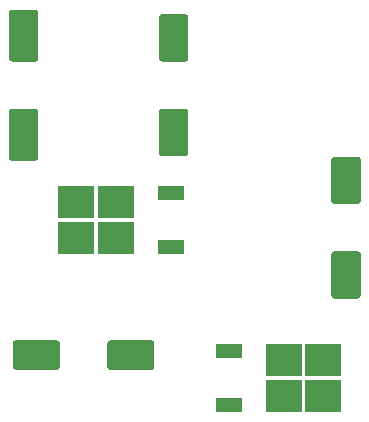
<source format=gbp>
G04 #@! TF.GenerationSoftware,KiCad,Pcbnew,(5.1.10)-1*
G04 #@! TF.CreationDate,2021-09-04T13:32:15+03:00*
G04 #@! TF.ProjectId,amp_control_board,616d705f-636f-46e7-9472-6f6c5f626f61,rev?*
G04 #@! TF.SameCoordinates,Original*
G04 #@! TF.FileFunction,Paste,Bot*
G04 #@! TF.FilePolarity,Positive*
%FSLAX46Y46*%
G04 Gerber Fmt 4.6, Leading zero omitted, Abs format (unit mm)*
G04 Created by KiCad (PCBNEW (5.1.10)-1) date 2021-09-04 13:32:15*
%MOMM*%
%LPD*%
G01*
G04 APERTURE LIST*
%ADD10R,2.200000X1.200000*%
%ADD11R,3.050000X2.750000*%
G04 APERTURE END LIST*
G36*
G01*
X176895000Y-93885000D02*
X174895000Y-93885000D01*
G75*
G02*
X174645000Y-93635000I0J250000D01*
G01*
X174645000Y-90135000D01*
G75*
G02*
X174895000Y-89885000I250000J0D01*
G01*
X176895000Y-89885000D01*
G75*
G02*
X177145000Y-90135000I0J-250000D01*
G01*
X177145000Y-93635000D01*
G75*
G02*
X176895000Y-93885000I-250000J0D01*
G01*
G37*
G36*
G01*
X176895000Y-101885000D02*
X174895000Y-101885000D01*
G75*
G02*
X174645000Y-101635000I0J250000D01*
G01*
X174645000Y-98135000D01*
G75*
G02*
X174895000Y-97885000I250000J0D01*
G01*
X176895000Y-97885000D01*
G75*
G02*
X177145000Y-98135000I0J-250000D01*
G01*
X177145000Y-101635000D01*
G75*
G02*
X176895000Y-101885000I-250000J0D01*
G01*
G37*
G36*
G01*
X151670000Y-105680000D02*
X151670000Y-107680000D01*
G75*
G02*
X151420000Y-107930000I-250000J0D01*
G01*
X147920000Y-107930000D01*
G75*
G02*
X147670000Y-107680000I0J250000D01*
G01*
X147670000Y-105680000D01*
G75*
G02*
X147920000Y-105430000I250000J0D01*
G01*
X151420000Y-105430000D01*
G75*
G02*
X151670000Y-105680000I0J-250000D01*
G01*
G37*
G36*
G01*
X159670000Y-105680000D02*
X159670000Y-107680000D01*
G75*
G02*
X159420000Y-107930000I-250000J0D01*
G01*
X155920000Y-107930000D01*
G75*
G02*
X155670000Y-107680000I0J250000D01*
G01*
X155670000Y-105680000D01*
G75*
G02*
X155920000Y-105430000I250000J0D01*
G01*
X159420000Y-105430000D01*
G75*
G02*
X159670000Y-105680000I0J-250000D01*
G01*
G37*
G36*
G01*
X160290000Y-85820000D02*
X162290000Y-85820000D01*
G75*
G02*
X162540000Y-86070000I0J-250000D01*
G01*
X162540000Y-89570000D01*
G75*
G02*
X162290000Y-89820000I-250000J0D01*
G01*
X160290000Y-89820000D01*
G75*
G02*
X160040000Y-89570000I0J250000D01*
G01*
X160040000Y-86070000D01*
G75*
G02*
X160290000Y-85820000I250000J0D01*
G01*
G37*
G36*
G01*
X160290000Y-77820000D02*
X162290000Y-77820000D01*
G75*
G02*
X162540000Y-78070000I0J-250000D01*
G01*
X162540000Y-81570000D01*
G75*
G02*
X162290000Y-81820000I-250000J0D01*
G01*
X160290000Y-81820000D01*
G75*
G02*
X160040000Y-81570000I0J250000D01*
G01*
X160040000Y-78070000D01*
G75*
G02*
X160290000Y-77820000I250000J0D01*
G01*
G37*
G36*
G01*
X147590000Y-85820000D02*
X149590000Y-85820000D01*
G75*
G02*
X149840000Y-86070000I0J-250000D01*
G01*
X149840000Y-89970000D01*
G75*
G02*
X149590000Y-90220000I-250000J0D01*
G01*
X147590000Y-90220000D01*
G75*
G02*
X147340000Y-89970000I0J250000D01*
G01*
X147340000Y-86070000D01*
G75*
G02*
X147590000Y-85820000I250000J0D01*
G01*
G37*
G36*
G01*
X147590000Y-77420000D02*
X149590000Y-77420000D01*
G75*
G02*
X149840000Y-77670000I0J-250000D01*
G01*
X149840000Y-81570000D01*
G75*
G02*
X149590000Y-81820000I-250000J0D01*
G01*
X147590000Y-81820000D01*
G75*
G02*
X147340000Y-81570000I0J250000D01*
G01*
X147340000Y-77670000D01*
G75*
G02*
X147590000Y-77420000I250000J0D01*
G01*
G37*
D10*
X161045000Y-92970000D03*
X161045000Y-97530000D03*
D11*
X153070000Y-96775000D03*
X156420000Y-93725000D03*
X153070000Y-93725000D03*
X156420000Y-96775000D03*
X170605000Y-107060000D03*
X173955000Y-110110000D03*
X170605000Y-110110000D03*
X173955000Y-107060000D03*
D10*
X165980000Y-106305000D03*
X165980000Y-110865000D03*
M02*

</source>
